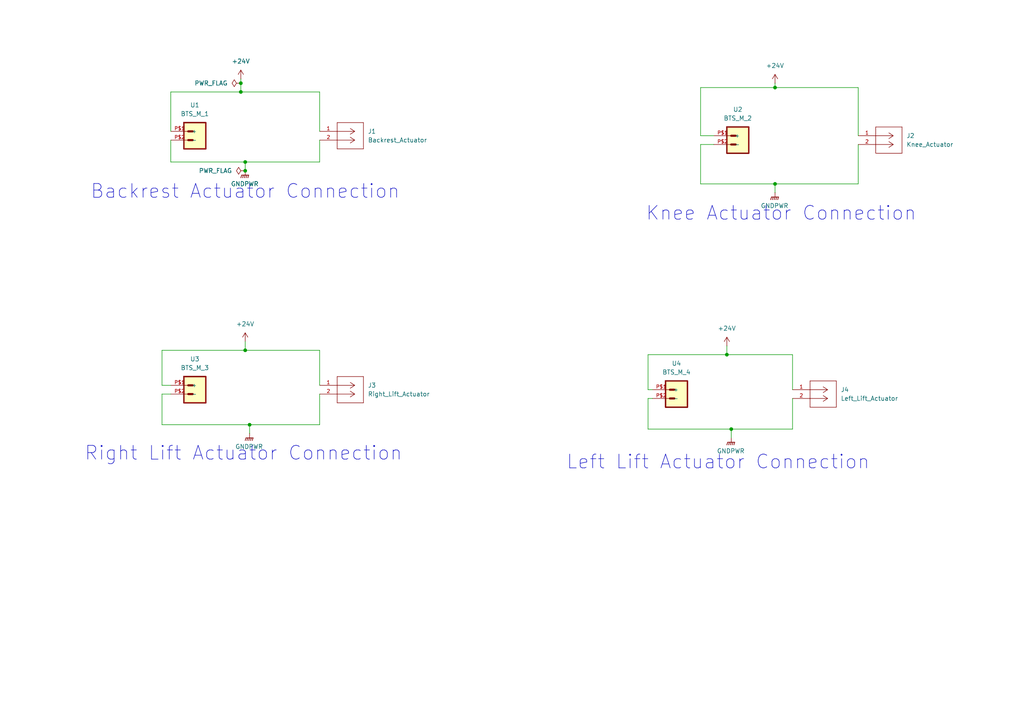
<source format=kicad_sch>
(kicad_sch (version 20250114) (generator "eeschema") (generator_version "9.0")
  (paper "A4")
  (title_block (title "BTS to Actuator Connector board") (date "2025-09-14") (rev "VER 1.0.0") (company "EDIC") (comment 1 "Lockable header pins for BTS to Actuator connection") (comment 2 "Made by Ronald Amaza"))
  (lib_symbols
    (symbol "395224002:395224002" (pin_names (offset 1.016))
      (property "Reference" "J" (at 4.1656 5.3086 0))
      (property "Value" "395224002" (at 4.8006 -1.0414 0))
      (symbol "395224002_0_0"
        (polyline (pts (xy 5.08 2.54) (xy 5.08 -5.08)) (stroke (width 0.1524)))
        (polyline (pts (xy 5.08 -5.08) (xy 12.7 -5.08)) (stroke (width 0.1524)))
        (polyline (pts (xy 10.16 0) (xy 5.08 0)) (stroke (width 0.1524)))
        (polyline (pts (xy 10.16 0) (xy 8.89 0.8382)) (stroke (width 0.1524)))
        (polyline (pts (xy 10.16 0) (xy 8.89 -0.8382)) (stroke (width 0.1524)))
        (polyline (pts (xy 10.16 -2.54) (xy 5.08 -2.54)) (stroke (width 0.1524)))
        (polyline (pts (xy 10.16 -2.54) (xy 8.89 -1.7018)) (stroke (width 0.1524)))
        (polyline (pts (xy 10.16 -2.54) (xy 8.89 -3.3782)) (stroke (width 0.1524)))
        (polyline (pts (xy 12.7 2.54) (xy 5.08 2.54)) (stroke (width 0.1524)))
        (polyline (pts (xy 12.7 -5.08) (xy 12.7 2.54)) (stroke (width 0.1524)))
        (pin passive line (at 0 0 0) (length 5.08) (name "~") (number "1"))
        (pin passive line (at 0 -2.54 0) (length 5.08) (name "~") (number "2"))
      )
    )
    (symbol "XT30UPB-M:XT30UPB-M" (pin_names (offset 1.016))
      (property "Reference" "U" (at -2.54 5.588 0))
      (property "Value" "XT30UPB-M" (at -2.54 -4.826 0))
      (symbol "XT30UPB-M_0_0"
        (rectangle (start -2.54 -2.54) (end 3.81 5.08) (stroke (width 0.4064)) (fill (type background)))
        (polyline (pts (xy 1.27 2.54) (xy 2.54 2.54)) (stroke (width 0.6096)))
        (polyline (pts (xy 1.27 0) (xy 2.54 0)) (stroke (width 0.6096)))
        (pin passive line (at 7.62 2.54 180) (length 5.08) (name "+") (number "P$1"))
        (pin passive line (at 7.62 0 180) (length 5.08) (name "-") (number "P$2"))
      )
    )
    (symbol "power:+24V" (power) (pin_numbers (hide yes)) (pin_names (offset 0) (hide yes))
      (property "Value" "+24V" (at 0 3.556 0))
      (symbol "+24V_0_1"
        (polyline (pts (xy -0.762 1.27) (xy 0 2.54)))
        (polyline (pts (xy 0 2.54) (xy 0.762 1.27)))
        (polyline (pts (xy 0 0) (xy 0 2.54)))
      )
      (symbol "+24V_1_1"
        (pin power_in line (at 0 0 90) (length 0) (name "~") (number "1"))
      )
    )
    (symbol "power:GNDPWR" (power) (pin_numbers (hide yes)) (pin_names (offset 0) (hide yes))
      (property "Value" "GNDPWR" (at 0 -3.302 0))
      (symbol "GNDPWR_0_1"
        (polyline (pts (xy -1.016 -1.27) (xy -1.27 -2.032) (xy -1.27 -2.032)) (stroke (width 0.2032)))
        (polyline (pts (xy -0.508 -1.27) (xy -0.762 -2.032) (xy -0.762 -2.032)) (stroke (width 0.2032)))
        (polyline (pts (xy 0 -1.27) (xy 0 0)))
        (polyline (pts (xy 0 -1.27) (xy -0.254 -2.032) (xy -0.254 -2.032)) (stroke (width 0.2032)))
        (polyline (pts (xy 0.508 -1.27) (xy 0.254 -2.032) (xy 0.254 -2.032)) (stroke (width 0.2032)))
        (polyline (pts (xy 1.016 -1.27) (xy -1.016 -1.27) (xy -1.016 -1.27)) (stroke (width 0.2032)))
        (polyline (pts (xy 1.016 -1.27) (xy 0.762 -2.032) (xy 0.762 -2.032) (xy 0.762 -2.032)) (stroke (width 0.2032)))
      )
      (symbol "GNDPWR_1_1"
        (pin power_in line (at 0 0 270) (length 0) (name "~") (number "1"))
      )
    )
    (symbol "power:PWR_FLAG" (power) (pin_numbers (hide yes)) (pin_names (offset 0) (hide yes))
      (property "Value" "PWR_FLAG" (at 0 3.81 0))
      (symbol "PWR_FLAG_0_0"
        (pin power_out line (at 0 0 90) (length 0) (name "~") (number "1"))
      )
      (symbol "PWR_FLAG_0_1"
        (polyline (pts (xy 0 0) (xy 0 1.27) (xy -1.016 1.905) (xy 0 2.54) (xy 1.016 1.905) (xy 0 1.27)))
      )
    )
  )
  (text "Right Lift Actuator Connection" (at 70.612 131.572 0) (effects (font (size 4 4))))
  (text "Backrest Actuator Connection" (at 71.12 55.626 0) (effects (font (size 4 4))))
  (text "Left Lift Actuator Connection" (at 208.28 134.112 0) (effects (font (size 4 4))))
  (text "Knee Actuator Connection" (at 226.568 61.976 0) (effects (font (size 4 4))))
  (junction (at 69.85 24.13))
  (junction (at 224.79 25.4))
  (junction (at 71.12 49.53))
  (junction (at 224.79 53.34))
  (junction (at 72.39 123.19))
  (junction (at 210.82 102.87))
  (junction (at 69.85 26.67))
  (junction (at 71.12 46.99))
  (junction (at 212.09 124.46))
  (junction (at 71.12 101.6))
  (wire (pts (xy 187.96 124.46) (xy 212.09 124.46)))
  (wire (pts (xy 229.87 124.46) (xy 229.87 115.57)))
  (wire (pts (xy 69.85 24.13) (xy 69.85 26.67)))
  (wire (pts (xy 49.53 38.1) (xy 49.53 26.67)))
  (wire (pts (xy 224.79 53.34) (xy 248.92 53.34)))
  (wire (pts (xy 46.99 114.3) (xy 46.99 123.19)))
  (wire (pts (xy 46.99 101.6) (xy 71.12 101.6)))
  (wire (pts (xy 203.2 39.37) (xy 203.2 25.4)))
  (wire (pts (xy 72.39 123.19) (xy 92.71 123.19)))
  (wire (pts (xy 210.82 102.87) (xy 229.87 102.87)))
  (wire (pts (xy 71.12 46.99) (xy 92.71 46.99)))
  (wire (pts (xy 92.71 46.99) (xy 92.71 40.64)))
  (wire (pts (xy 187.96 102.87) (xy 210.82 102.87)))
  (wire (pts (xy 207.01 39.37) (xy 203.2 39.37)))
  (wire (pts (xy 248.92 25.4) (xy 248.92 39.37)))
  (wire (pts (xy 189.23 115.57) (xy 187.96 115.57)))
  (wire (pts (xy 203.2 41.91) (xy 203.2 53.34)))
  (wire (pts (xy 46.99 123.19) (xy 72.39 123.19)))
  (wire (pts (xy 71.12 99.06) (xy 71.12 101.6)))
  (wire (pts (xy 229.87 102.87) (xy 229.87 113.03)))
  (wire (pts (xy 69.85 26.67) (xy 92.71 26.67)))
  (wire (pts (xy 224.79 24.13) (xy 224.79 25.4)))
  (wire (pts (xy 71.12 101.6) (xy 92.71 101.6)))
  (wire (pts (xy 49.53 46.99) (xy 71.12 46.99)))
  (wire (pts (xy 224.79 53.34) (xy 224.79 55.88)))
  (wire (pts (xy 46.99 111.76) (xy 46.99 101.6)))
  (wire (pts (xy 72.39 123.19) (xy 72.39 125.73)))
  (wire (pts (xy 92.71 26.67) (xy 92.71 38.1)))
  (wire (pts (xy 224.79 25.4) (xy 248.92 25.4)))
  (wire (pts (xy 187.96 115.57) (xy 187.96 124.46)))
  (wire (pts (xy 212.09 124.46) (xy 212.09 127)))
  (wire (pts (xy 187.96 113.03) (xy 187.96 102.87)))
  (wire (pts (xy 203.2 53.34) (xy 224.79 53.34)))
  (wire (pts (xy 248.92 53.34) (xy 248.92 41.91)))
  (wire (pts (xy 207.01 41.91) (xy 203.2 41.91)))
  (wire (pts (xy 92.71 101.6) (xy 92.71 111.76)))
  (wire (pts (xy 49.53 26.67) (xy 69.85 26.67)))
  (wire (pts (xy 92.71 123.19) (xy 92.71 114.3)))
  (wire (pts (xy 69.85 22.86) (xy 69.85 24.13)))
  (wire (pts (xy 189.23 113.03) (xy 187.96 113.03)))
  (wire (pts (xy 71.12 46.99) (xy 71.12 49.53)))
  (wire (pts (xy 49.53 114.3) (xy 46.99 114.3)))
  (wire (pts (xy 49.53 40.64) (xy 49.53 46.99)))
  (wire (pts (xy 203.2 25.4) (xy 224.79 25.4)))
  (wire (pts (xy 49.53 111.76) (xy 46.99 111.76)))
  (wire (pts (xy 212.09 124.46) (xy 229.87 124.46)))
  (wire (pts (xy 210.82 100.33) (xy 210.82 102.87)))
  (symbol (lib_id "XT30UPB-M:XT30UPB-M") (at 214.63 41.91 0) (mirror y) (unit 1)
    (property "Reference" "U2" (at 213.995 31.75 0))
    (property "Value" "BTS_M_2" (at 213.995 34.29 0))
    (property "Footprint" "custom_footprints:XT30UPB-M" (effects (hide yes)))
    (property "MF" "amass" (effects (hide yes)))
    (property "Description_1" "Socket; DC supply; XT30; male; PIN: 2; on PCBs; THT; yellow; 15A; 500V" (effects (hide yes)))
    (property "Package" "None" (effects (hide yes)))
    (property "Price" "None" (effects (hide yes)))
    (property "SnapEDA_Link" "https://www.snapeda.com/parts/XT30UPB-M/AMASS/view-part/?ref=snap" (effects (hide yes)))
    (property "MP" "XT30UPB-M" (effects (hide yes)))
    (property "Availability" "Not in stock" (effects (hide yes)))
    (property "Check_prices" "https://www.snapeda.com/parts/XT30UPB-M/AMASS/view-part/?ref=eda" (effects (hide yes)))
  )
  (symbol (lib_id "XT30UPB-M:XT30UPB-M") (at 196.85 115.57 0) (mirror y) (unit 1)
    (property "Reference" "U4" (at 196.215 105.41 0))
    (property "Value" "BTS_M_4" (at 196.215 107.95 0))
    (property "Footprint" "custom_footprints:XT30UPB-M" (effects (hide yes)))
    (property "MF" "amass" (effects (hide yes)))
    (property "Description_1" "Socket; DC supply; XT30; male; PIN: 2; on PCBs; THT; yellow; 15A; 500V" (effects (hide yes)))
    (property "Package" "None" (effects (hide yes)))
    (property "Price" "None" (effects (hide yes)))
    (property "SnapEDA_Link" "https://www.snapeda.com/parts/XT30UPB-M/AMASS/view-part/?ref=snap" (effects (hide yes)))
    (property "MP" "XT30UPB-M" (effects (hide yes)))
    (property "Availability" "Not in stock" (effects (hide yes)))
    (property "Check_prices" "https://www.snapeda.com/parts/XT30UPB-M/AMASS/view-part/?ref=eda" (effects (hide yes)))
  )
  (symbol (lib_id "power:GNDPWR") (at 212.09 127 0) (unit 1)
    (property "Reference" "#PWR06" (effects (hide yes)))
    (property "Value" "GNDPWR" (at 211.963 130.81 0))
    (property "Description" "Power symbol creates a global label with name \"GNDPWR\" , global ground" (effects (hide yes)))
  )
  (symbol (lib_id "power:+24V") (at 224.79 24.13 0) (unit 1)
    (property "Reference" "#PWR03" (effects (hide yes)))
    (property "Value" "+24V" (at 224.79 19.05 0))
    (property "Description" "Power symbol creates a global label with name \"+24V\"" (effects (hide yes)))
  )
  (symbol (lib_id "XT30UPB-M:XT30UPB-M") (at 57.15 40.64 0) (mirror y) (unit 1)
    (property "Reference" "U1" (at 56.515 30.48 0))
    (property "Value" "BTS_M_1" (at 56.515 33.02 0))
    (property "Footprint" "custom_footprints:XT30UPB-M" (effects (hide yes)))
    (property "MF" "amass" (effects (hide yes)))
    (property "Description_1" "Socket; DC supply; XT30; male; PIN: 2; on PCBs; THT; yellow; 15A; 500V" (effects (hide yes)))
    (property "Package" "None" (effects (hide yes)))
    (property "Price" "None" (effects (hide yes)))
    (property "SnapEDA_Link" "https://www.snapeda.com/parts/XT30UPB-M/AMASS/view-part/?ref=snap" (effects (hide yes)))
    (property "MP" "XT30UPB-M" (effects (hide yes)))
    (property "Availability" "Not in stock" (effects (hide yes)))
    (property "Check_prices" "https://www.snapeda.com/parts/XT30UPB-M/AMASS/view-part/?ref=eda" (effects (hide yes)))
  )
  (symbol (lib_id "power:+24V") (at 210.82 100.33 0) (unit 1)
    (property "Reference" "#PWR05" (effects (hide yes)))
    (property "Value" "+24V" (at 210.82 95.25 0))
    (property "Description" "Power symbol creates a global label with name \"+24V\"" (effects (hide yes)))
  )
  (symbol (lib_id "395224002:395224002") (at 92.71 111.76 0) (unit 1)
    (property "Reference" "J3" (at 106.68 111.7599 0) (effects (justify left)))
    (property "Value" "Right_Lift_Actuator" (at 106.68 114.2999 0) (effects (justify left)))
    (property "Footprint" "custom_footprints:CONN_395224002_MOL" (effects (hide yes)))
    (property "MF" "Molex" (effects (hide yes)))
    (property "Description_1" "2 Position Terminal Block Header, Male Pins, Shrouded (4 Side) 0.197 (5.00mm) 90°, Right Angle - Through Hole" (effects (hide yes)))
    (property "Package" "None" (effects (hide yes)))
    (property "Price" "None" (effects (hide yes)))
    (property "Check_prices" "https://www.snapeda.com/parts/39522-4002/Molex/view-part/?ref=eda" (effects (hide yes)))
    (property "Availability" "In Stock" (effects (hide yes)))
    (property "SnapEDA_Link" "https://www.snapeda.com/parts/39522-4002/Molex/view-part/?ref=snap" (effects (hide yes)))
    (property "MP" "39522-4002" (effects (hide yes)))
    (property "MFR_NAME" "Molex Connector Corporation" (effects (hide yes)))
    (property "MANUFACTURER_PART_NUMBER" "395224002" (effects (hide yes)))
  )
  (symbol (lib_id "power:PWR_FLAG") (at 69.85 24.13 90) (unit 1)
    (property "Reference" "#FLG01" (effects (hide yes)))
    (property "Value" "PWR_FLAG" (at 66.04 24.1299 90) (effects (justify left)))
    (property "Description" "Special symbol for telling ERC where power comes from" (effects (hide yes)))
  )
  (symbol (lib_id "power:GNDPWR") (at 72.39 125.73 0) (unit 1)
    (property "Reference" "#PWR08" (effects (hide yes)))
    (property "Value" "GNDPWR" (at 72.263 129.54 0))
    (property "Description" "Power symbol creates a global label with name \"GNDPWR\" , global ground" (effects (hide yes)))
  )
  (symbol (lib_id "395224002:395224002") (at 229.87 113.03 0) (unit 1)
    (property "Reference" "J4" (at 243.84 113.0299 0) (effects (justify left)))
    (property "Value" "Left_Lift_Actuator" (at 243.84 115.5699 0) (effects (justify left)))
    (property "Footprint" "custom_footprints:CONN_395224002_MOL" (effects (hide yes)))
    (property "MF" "Molex" (effects (hide yes)))
    (property "Description_1" "2 Position Terminal Block Header, Male Pins, Shrouded (4 Side) 0.197 (5.00mm) 90°, Right Angle - Through Hole" (effects (hide yes)))
    (property "Package" "None" (effects (hide yes)))
    (property "Price" "None" (effects (hide yes)))
    (property "Check_prices" "https://www.snapeda.com/parts/39522-4002/Molex/view-part/?ref=eda" (effects (hide yes)))
    (property "Availability" "In Stock" (effects (hide yes)))
    (property "SnapEDA_Link" "https://www.snapeda.com/parts/39522-4002/Molex/view-part/?ref=snap" (effects (hide yes)))
    (property "MP" "39522-4002" (effects (hide yes)))
    (property "MFR_NAME" "Molex Connector Corporation" (effects (hide yes)))
    (property "MANUFACTURER_PART_NUMBER" "395224002" (effects (hide yes)))
  )
  (symbol (lib_id "power:GNDPWR") (at 71.12 49.53 0) (unit 1)
    (property "Reference" "#PWR02" (effects (hide yes)))
    (property "Value" "GNDPWR" (at 70.993 53.34 0))
    (property "Description" "Power symbol creates a global label with name \"GNDPWR\" , global ground" (effects (hide yes)))
  )
  (symbol (lib_id "power:GNDPWR") (at 224.79 55.88 0) (unit 1)
    (property "Reference" "#PWR04" (effects (hide yes)))
    (property "Value" "GNDPWR" (at 224.663 59.69 0))
    (property "Description" "Power symbol creates a global label with name \"GNDPWR\" , global ground" (effects (hide yes)))
  )
  (symbol (lib_id "395224002:395224002") (at 92.71 38.1 0) (unit 1)
    (property "Reference" "J1" (at 106.68 38.0999 0) (effects (justify left)))
    (property "Value" "Backrest_Actuator" (at 106.68 40.6399 0) (effects (justify left)))
    (property "Footprint" "custom_footprints:CONN_395224002_MOL" (effects (hide yes)))
    (property "MF" "Molex" (effects (hide yes)))
    (property "Description_1" "2 Position Terminal Block Header, Male Pins, Shrouded (4 Side) 0.197 (5.00mm) 90°, Right Angle - Through Hole" (effects (hide yes)))
    (property "Package" "None" (effects (hide yes)))
    (property "Price" "None" (effects (hide yes)))
    (property "Check_prices" "https://www.snapeda.com/parts/39522-4002/Molex/view-part/?ref=eda" (effects (hide yes)))
    (property "Availability" "In Stock" (effects (hide yes)))
    (property "SnapEDA_Link" "https://www.snapeda.com/parts/39522-4002/Molex/view-part/?ref=snap" (effects (hide yes)))
    (property "MP" "39522-4002" (effects (hide yes)))
    (property "MFR_NAME" "Molex Connector Corporation" (effects (hide yes)))
    (property "MANUFACTURER_PART_NUMBER" "395224002" (effects (hide yes)))
  )
  (symbol (lib_id "395224002:395224002") (at 248.92 39.37 0) (unit 1)
    (property "Reference" "J2" (at 262.89 39.3699 0) (effects (justify left)))
    (property "Value" "Knee_Actuator" (at 262.89 41.9099 0) (effects (justify left)))
    (property "Footprint" "custom_footprints:CONN_395224002_MOL" (effects (hide yes)))
    (property "MF" "Molex" (effects (hide yes)))
    (property "Description_1" "2 Position Terminal Block Header, Male Pins, Shrouded (4 Side) 0.197 (5.00mm) 90°, Right Angle - Through Hole" (effects (hide yes)))
    (property "Package" "None" (effects (hide yes)))
    (property "Price" "None" (effects (hide yes)))
    (property "Check_prices" "https://www.snapeda.com/parts/39522-4002/Molex/view-part/?ref=eda" (effects (hide yes)))
    (property "Availability" "In Stock" (effects (hide yes)))
    (property "SnapEDA_Link" "https://www.snapeda.com/parts/39522-4002/Molex/view-part/?ref=snap" (effects (hide yes)))
    (property "MP" "39522-4002" (effects (hide yes)))
    (property "MFR_NAME" "Molex Connector Corporation" (effects (hide yes)))
    (property "MANUFACTURER_PART_NUMBER" "395224002" (effects (hide yes)))
  )
  (symbol (lib_id "XT30UPB-M:XT30UPB-M") (at 57.15 114.3 0) (mirror y) (unit 1)
    (property "Reference" "U3" (at 56.515 104.14 0))
    (property "Value" "BTS_M_3" (at 56.515 106.68 0))
    (property "Footprint" "custom_footprints:XT30UPB-M" (effects (hide yes)))
    (property "MF" "amass" (effects (hide yes)))
    (property "Description_1" "Socket; DC supply; XT30; male; PIN: 2; on PCBs; THT; yellow; 15A; 500V" (effects (hide yes)))
    (property "Package" "None" (effects (hide yes)))
    (property "Price" "None" (effects (hide yes)))
    (property "SnapEDA_Link" "https://www.snapeda.com/parts/XT30UPB-M/AMASS/view-part/?ref=snap" (effects (hide yes)))
    (property "MP" "XT30UPB-M" (effects (hide yes)))
    (property "Availability" "Not in stock" (effects (hide yes)))
    (property "Check_prices" "https://www.snapeda.com/parts/XT30UPB-M/AMASS/view-part/?ref=eda" (effects (hide yes)))
  )
  (symbol (lib_id "power:+24V") (at 71.12 99.06 0) (unit 1)
    (property "Reference" "#PWR07" (effects (hide yes)))
    (property "Value" "+24V" (at 71.12 93.98 0))
    (property "Description" "Power symbol creates a global label with name \"+24V\"" (effects (hide yes)))
  )
  (symbol (lib_id "power:PWR_FLAG") (at 71.12 49.53 90) (unit 1)
    (property "Reference" "#FLG02" (effects (hide yes)))
    (property "Value" "PWR_FLAG" (at 67.31 49.5299 90) (effects (justify left)))
    (property "Description" "Special symbol for telling ERC where power comes from" (effects (hide yes)))
  )
  (symbol (lib_id "power:+24V") (at 69.85 22.86 0) (unit 1)
    (property "Reference" "#PWR01" (effects (hide yes)))
    (property "Value" "+24V" (at 69.85 17.78 0))
    (property "Description" "Power symbol creates a global label with name \"+24V\"" (effects (hide yes)))
  )
)
</source>
